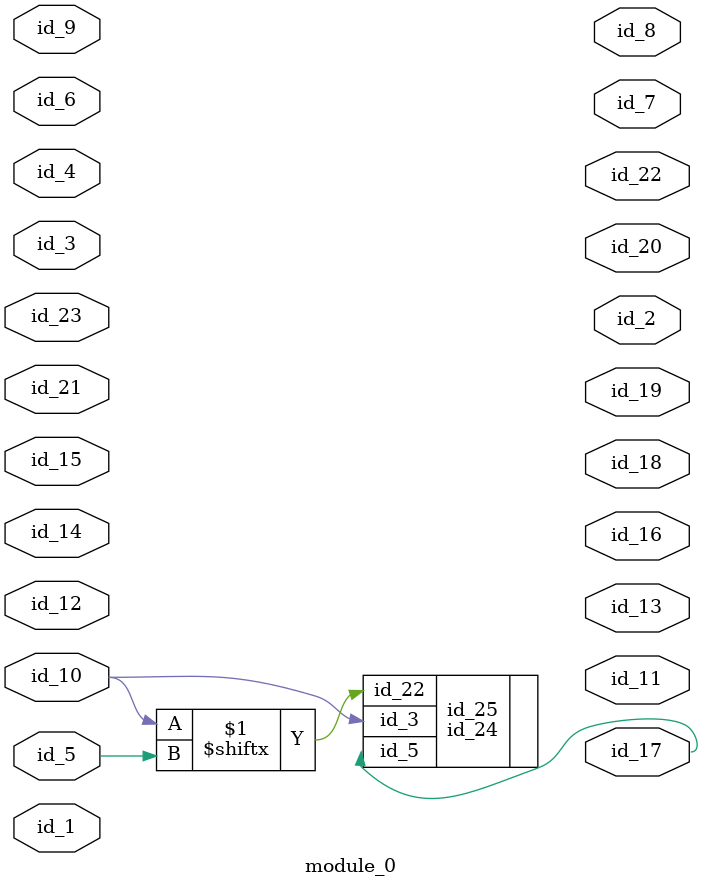
<source format=v>
module module_0 (
    id_1,
    id_2,
    id_3,
    id_4,
    id_5,
    id_6,
    id_7,
    id_8,
    id_9,
    id_10,
    id_11,
    id_12,
    id_13,
    id_14,
    id_15,
    id_16,
    id_17,
    id_18,
    id_19,
    id_20,
    id_21,
    id_22,
    id_23
);
  input id_23;
  output id_22;
  input id_21;
  output id_20;
  output id_19;
  output id_18;
  output id_17;
  output id_16;
  input id_15;
  input id_14;
  output id_13;
  input id_12;
  output id_11;
  input id_10;
  input id_9;
  output id_8;
  output id_7;
  input id_6;
  input id_5;
  input id_4;
  input id_3;
  output id_2;
  input id_1;
  id_24 id_25 (
      .id_3 (id_10),
      .id_22(id_10[id_5]),
      .id_5 (id_17)
  );
endmodule

</source>
